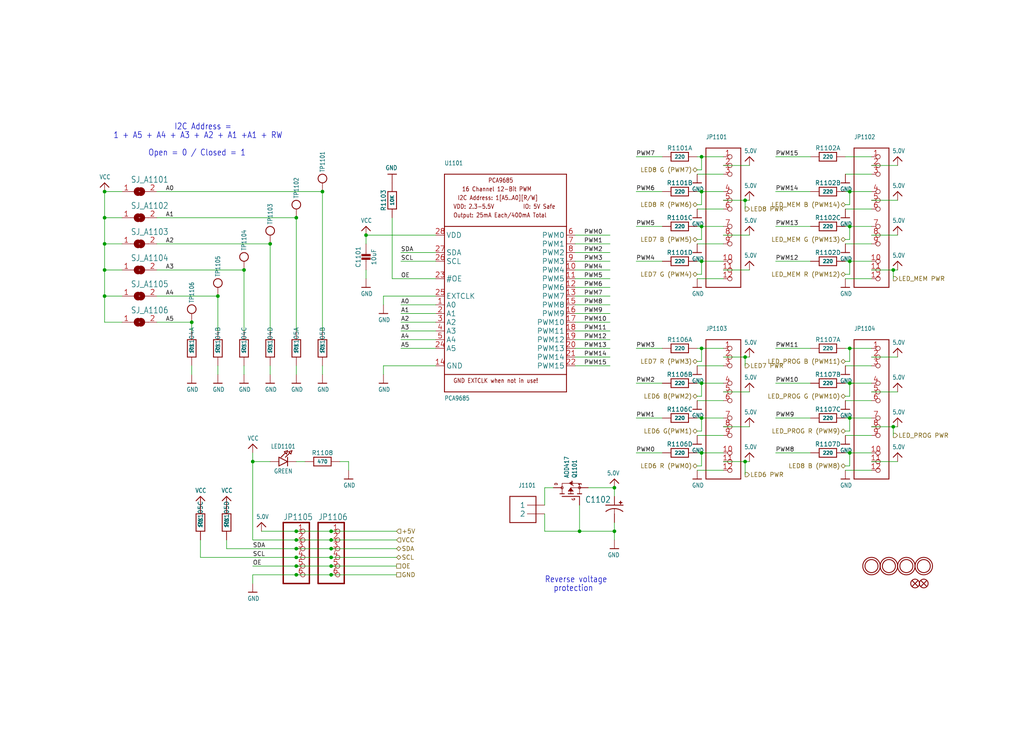
<source format=kicad_sch>
(kicad_sch (version 20250114) (generator "eeschema") (generator_version "9.0")
  (paper "User" 298.45 217.322)
  (text "Reverse voltage" (at 158.75 170.18 0) (effects (font (size 1.778 1.5113)) (justify left bottom)))
  (text "1 + A5 + A4 + A3 + A2 + A1 +A1 + RW" (at 33.02 40.64 0) (effects (font (size 1.778 1.5113)) (justify left bottom)))
  (text "Open = 0 / Closed = 1" (at 43.18 45.72 0) (effects (font (size 1.778 1.5113)) (justify left bottom)))
  (text "I2C Address =" (at 50.8 38.1 0) (effects (font (size 1.778 1.5113)) (justify left bottom)))
  (text "protection" (at 161.29 172.72 0) (effects (font (size 1.778 1.5113)) (justify left bottom)))
  (junction (at 86.36 160.02))
  (junction (at 217.17 58.42))
  (junction (at 204.47 101.6))
  (junction (at 30.48 71.12))
  (junction (at 86.36 154.94))
  (junction (at 63.5 86.36))
  (junction (at 96.52 167.64))
  (junction (at 179.07 154.94))
  (junction (at 217.17 104.14))
  (junction (at 179.07 142.24))
  (junction (at 106.68 68.58))
  (junction (at 93.98 55.88))
  (junction (at 247.65 111.76))
  (junction (at 204.47 121.92))
  (junction (at 55.88 93.98))
  (junction (at 30.48 86.36))
  (junction (at 86.36 167.64))
  (junction (at 204.47 45.72))
  (junction (at 86.36 157.48))
  (junction (at 168.91 154.94))
  (junction (at 247.65 66.04))
  (junction (at 96.52 165.1))
  (junction (at 247.65 55.88))
  (junction (at 30.48 78.74))
  (junction (at 204.47 55.88))
  (junction (at 260.35 78.74))
  (junction (at 86.36 63.5))
  (junction (at 86.36 165.1))
  (junction (at 260.35 124.46))
  (junction (at 73.66 134.62))
  (junction (at 204.47 76.2))
  (junction (at 71.12 78.74))
  (junction (at 30.48 63.5))
  (junction (at 247.65 76.2))
  (junction (at 204.47 111.76))
  (junction (at 247.65 101.6))
  (junction (at 217.17 134.62))
  (junction (at 96.52 160.02))
  (junction (at 204.47 66.04))
  (junction (at 96.52 157.48))
  (junction (at 86.36 162.56))
  (junction (at 78.74 71.12))
  (junction (at 30.48 55.88))
  (junction (at 204.47 132.08))
  (junction (at 247.65 132.08))
  (junction (at 96.52 154.94))
  (junction (at 247.65 121.92))
  (junction (at 96.52 162.56))
  (wire (pts (xy 260.35 78.74) (xy 260.35 81.28)))
  (wire (pts (xy 204.47 45.72) (xy 210.82 45.72)) (stroke (width 0.1524)))
  (wire (pts (xy 127 96.52) (xy 116.84 96.52)) (stroke (width 0.1524)))
  (wire (pts (xy 167.64 68.58) (xy 177.8 68.58)) (stroke (width 0.1524)))
  (wire (pts (xy 210.82 68.58) (xy 218.44 68.58)) (stroke (width 0.1524)))
  (wire (pts (xy 204.47 66.04) (xy 210.82 66.04)) (stroke (width 0.1524)))
  (wire (pts (xy 203.2 66.04) (xy 204.47 66.04)) (stroke (width 0.1524)))
  (wire (pts (xy 217.17 58.42) (xy 217.17 60.96)))
  (wire (pts (xy 247.65 121.92) (xy 247.65 125.73)))
  (wire (pts (xy 193.04 101.6) (xy 185.42 101.6)) (stroke (width 0.1524)))
  (wire (pts (xy 210.82 124.46) (xy 218.44 124.46)) (stroke (width 0.1524)))
  (wire (pts (xy 45.72 86.36) (xy 63.5 86.36)) (stroke (width 0.1524)))
  (wire (pts (xy 167.64 86.36) (xy 177.8 86.36)) (stroke (width 0.1524)))
  (wire (pts (xy 168.91 147.32) (xy 168.91 154.94)) (stroke (width 0.1524)))
  (wire (pts (xy 204.47 101.6) (xy 210.82 101.6)) (stroke (width 0.1524)))
  (wire (pts (xy 35.56 93.98) (xy 30.48 93.98)) (stroke (width 0.1524)))
  (wire (pts (xy 210.82 48.26) (xy 218.44 48.26)) (stroke (width 0.1524)))
  (wire (pts (xy 158.75 154.94) (xy 158.75 149.86)) (stroke (width 0.1524)))
  (wire (pts (xy 76.2 154.94) (xy 86.36 154.94)) (stroke (width 0.1524)))
  (wire (pts (xy 236.22 132.08) (xy 226.06 132.08)) (stroke (width 0.1524)))
  (wire (pts (xy 210.82 71.12) (xy 203.2 71.12)) (stroke (width 0.1524)))
  (wire (pts (xy 236.22 121.92) (xy 226.06 121.92)) (stroke (width 0.1524)))
  (wire (pts (xy 203.2 132.08) (xy 204.47 132.08)) (stroke (width 0.1524)))
  (wire (pts (xy 167.64 83.82) (xy 177.8 83.82)) (stroke (width 0.1524)))
  (wire (pts (xy 203.2 121.92) (xy 204.47 121.92)) (stroke (width 0.1524)))
  (wire (pts (xy 30.48 63.5) (xy 30.48 55.88)) (stroke (width 0.1524)))
  (wire (pts (xy 204.47 55.88) (xy 210.82 55.88)) (stroke (width 0.1524)))
  (wire (pts (xy 247.65 55.88) (xy 254 55.88)) (stroke (width 0.1524)))
  (wire (pts (xy 247.65 111.76) (xy 254 111.76)) (stroke (width 0.1524)))
  (wire (pts (xy 246.38 105.41) (xy 247.65 105.41)))
  (wire (pts (xy 210.82 114.3) (xy 218.44 114.3)) (stroke (width 0.1524)))
  (wire (pts (xy 210.82 60.96) (xy 203.2 60.96)) (stroke (width 0.1524)))
  (wire (pts (xy 254 127) (xy 246.38 127)) (stroke (width 0.1524)))
  (wire (pts (xy 203.2 45.72) (xy 204.47 45.72)) (stroke (width 0.1524)))
  (wire (pts (xy 254 134.62) (xy 261.62 134.62)) (stroke (width 0.1524)))
  (wire (pts (xy 45.72 93.98) (xy 55.88 93.98)) (stroke (width 0.1524)))
  (wire (pts (xy 167.64 78.74) (xy 177.8 78.74)) (stroke (width 0.1524)))
  (wire (pts (xy 247.65 121.92) (xy 254 121.92)) (stroke (width 0.1524)))
  (wire (pts (xy 254 78.74) (xy 260.35 78.74)) (stroke (width 0.1524)))
  (wire (pts (xy 30.48 71.12) (xy 30.48 63.5)) (stroke (width 0.1524)))
  (wire (pts (xy 203.2 101.6) (xy 204.47 101.6)) (stroke (width 0.1524)))
  (wire (pts (xy 35.56 63.5) (xy 30.48 63.5)) (stroke (width 0.1524)))
  (wire (pts (xy 127 101.6) (xy 116.84 101.6)) (stroke (width 0.1524)))
  (wire (pts (xy 45.72 71.12) (xy 78.74 71.12)) (stroke (width 0.1524)))
  (wire (pts (xy 167.64 71.12) (xy 177.8 71.12)) (stroke (width 0.1524)))
  (wire (pts (xy 86.36 157.48) (xy 73.66 157.48)) (stroke (width 0.1524)))
  (wire (pts (xy 203.2 125.73) (xy 204.47 125.73)))
  (wire (pts (xy 247.65 111.76) (xy 248.92 111.76)))
  (wire (pts (xy 246.38 125.73) (xy 247.65 125.73)))
  (wire (pts (xy 127 73.66) (xy 116.84 73.66)) (stroke (width 0.1524)))
  (wire (pts (xy 247.65 80.01) (xy 247.65 76.2)))
  (wire (pts (xy 30.48 93.98) (xy 30.48 86.36)) (stroke (width 0.1524)))
  (wire (pts (xy 168.91 154.94) (xy 158.75 154.94)) (stroke (width 0.1524)))
  (wire (pts (xy 30.48 78.74) (xy 30.48 71.12)) (stroke (width 0.1524)))
  (wire (pts (xy 193.04 66.04) (xy 185.42 66.04)) (stroke (width 0.1524)))
  (wire (pts (xy 96.52 167.64) (xy 115.57 167.64)))
  (wire (pts (xy 179.07 154.94) (xy 168.91 154.94)) (stroke (width 0.1524)))
  (wire (pts (xy 246.38 76.2) (xy 247.65 76.2)) (stroke (width 0.1524)))
  (wire (pts (xy 185.42 55.88) (xy 193.04 55.88)) (stroke (width 0.1524)))
  (wire (pts (xy 210.82 58.42) (xy 217.17 58.42)) (stroke (width 0.1524)))
  (wire (pts (xy 127 86.36) (xy 111.76 86.36)) (stroke (width 0.1524)))
  (wire (pts (xy 254 58.42) (xy 261.62 58.42)) (stroke (width 0.1524)))
  (wire (pts (xy 204.47 80.01) (xy 204.47 76.2)))
  (wire (pts (xy 236.22 101.6) (xy 226.06 101.6)) (stroke (width 0.1524)))
  (wire (pts (xy 247.65 132.08) (xy 247.65 135.89)))
  (wire (pts (xy 210.82 104.14) (xy 217.17 104.14)) (stroke (width 0.1524)))
  (wire (pts (xy 193.04 121.92) (xy 185.42 121.92)) (stroke (width 0.1524)))
  (wire (pts (xy 217.17 58.42) (xy 218.44 58.42)) (stroke (width 0.1524)))
  (wire (pts (xy 217.17 134.62) (xy 217.17 138.43)))
  (wire (pts (xy 247.65 132.08) (xy 254 132.08)) (stroke (width 0.1524)))
  (wire (pts (xy 127 99.06) (xy 116.84 99.06)) (stroke (width 0.1524)))
  (wire (pts (xy 167.64 106.68) (xy 177.8 106.68)) (stroke (width 0.1524)))
  (wire (pts (xy 96.52 157.48) (xy 86.36 157.48)) (stroke (width 0.1524)))
  (wire (pts (xy 35.56 71.12) (xy 30.48 71.12)) (stroke (width 0.1524)))
  (wire (pts (xy 247.65 76.2) (xy 254 76.2)) (stroke (width 0.1524)))
  (wire (pts (xy 210.82 81.28) (xy 203.2 81.28)) (stroke (width 0.1524)))
  (wire (pts (xy 127 106.68) (xy 111.76 106.68)) (stroke (width 0.1524)))
  (wire (pts (xy 179.07 152.4) (xy 179.07 154.94)) (stroke (width 0.1524)))
  (wire (pts (xy 246.38 69.85) (xy 247.65 69.85)))
  (wire (pts (xy 260.35 78.74) (xy 261.62 78.74)) (stroke (width 0.1524)))
  (wire (pts (xy 204.47 135.89) (xy 204.47 132.08)))
  (wire (pts (xy 30.48 86.36) (xy 30.48 78.74)) (stroke (width 0.1524)))
  (wire (pts (xy 193.04 76.2) (xy 185.42 76.2)) (stroke (width 0.1524)))
  (wire (pts (xy 254 106.68) (xy 246.38 106.68)) (stroke (width 0.1524)))
  (wire (pts (xy 71.12 106.68) (xy 71.12 109.22)) (stroke (width 0.1524)))
  (wire (pts (xy 71.12 78.74) (xy 71.12 96.52)) (stroke (width 0.1524)))
  (wire (pts (xy 236.22 66.04) (xy 226.06 66.04)) (stroke (width 0.1524)))
  (wire (pts (xy 204.47 101.6) (xy 204.47 105.41)))
  (wire (pts (xy 260.35 124.46) (xy 261.62 124.46)) (stroke (width 0.1524)))
  (wire (pts (xy 158.75 142.24) (xy 158.75 147.32)) (stroke (width 0.1524)))
  (wire (pts (xy 93.98 106.68) (xy 93.98 109.22)) (stroke (width 0.1524)))
  (wire (pts (xy 210.82 127) (xy 203.2 127)) (stroke (width 0.1524)))
  (wire (pts (xy 45.72 55.88) (xy 93.98 55.88)) (stroke (width 0.1524)))
  (wire (pts (xy 247.65 66.04) (xy 254 66.04)) (stroke (width 0.1524)))
  (wire (pts (xy 99.06 134.62) (xy 101.6 134.62)) (stroke (width 0.1524)))
  (wire (pts (xy 254 60.96) (xy 246.38 60.96)) (stroke (width 0.1524)))
  (wire (pts (xy 167.64 101.6) (xy 177.8 101.6)) (stroke (width 0.1524)))
  (wire (pts (xy 203.2 137.16) (xy 210.82 137.16)) (stroke (width 0.1524)))
  (wire (pts (xy 246.38 115.57) (xy 247.65 115.57)))
  (wire (pts (xy 101.6 134.62) (xy 101.6 137.16)) (stroke (width 0.1524)))
  (wire (pts (xy 106.68 68.58) (xy 127 68.58)) (stroke (width 0.1524)))
  (wire (pts (xy 246.38 111.76) (xy 247.65 111.76)) (stroke (width 0.1524)))
  (wire (pts (xy 254 81.28) (xy 246.38 81.28)) (stroke (width 0.1524)))
  (wire (pts (xy 167.64 104.14) (xy 177.8 104.14)) (stroke (width 0.1524)))
  (wire (pts (xy 78.74 71.12) (xy 78.74 96.52)) (stroke (width 0.1524)))
  (wire (pts (xy 204.47 69.85) (xy 204.47 66.04)))
  (wire (pts (xy 58.42 162.56) (xy 58.42 157.48)) (stroke (width 0.1524)))
  (wire (pts (xy 167.64 99.06) (xy 177.8 99.06)) (stroke (width 0.1524)))
  (wire (pts (xy 93.98 55.88) (xy 93.98 96.52)) (stroke (width 0.1524)))
  (wire (pts (xy 86.36 165.1) (xy 73.66 165.1)) (stroke (width 0.1524)))
  (wire (pts (xy 247.65 101.6) (xy 247.65 105.41)))
  (wire (pts (xy 167.64 91.44) (xy 177.8 91.44)) (stroke (width 0.1524)))
  (wire (pts (xy 204.47 55.88) (xy 204.47 59.69)))
  (wire (pts (xy 236.22 76.2) (xy 226.06 76.2)) (stroke (width 0.1524)))
  (wire (pts (xy 63.5 86.36) (xy 63.5 96.52)) (stroke (width 0.1524)))
  (wire (pts (xy 96.52 160.02) (xy 115.57 160.02)))
  (wire (pts (xy 204.47 45.72) (xy 204.47 49.53)))
  (wire (pts (xy 260.35 124.46) (xy 260.35 127)))
  (wire (pts (xy 96.52 157.48) (xy 115.57 157.48)))
  (wire (pts (xy 179.07 154.94) (xy 179.07 157.48)) (stroke (width 0.1524)))
  (wire (pts (xy 203.2 55.88) (xy 204.47 55.88)) (stroke (width 0.1524)))
  (wire (pts (xy 204.47 125.73) (xy 204.47 121.92)))
  (wire (pts (xy 96.52 165.1) (xy 86.36 165.1)) (stroke (width 0.1524)))
  (wire (pts (xy 127 93.98) (xy 116.84 93.98)) (stroke (width 0.1524)))
  (wire (pts (xy 217.17 104.14) (xy 218.44 104.14)) (stroke (width 0.1524)))
  (wire (pts (xy 210.82 78.74) (xy 218.44 78.74)) (stroke (width 0.1524)))
  (wire (pts (xy 246.38 80.01) (xy 247.65 80.01)))
  (wire (pts (xy 111.76 106.68) (xy 111.76 109.22)) (stroke (width 0.1524)))
  (wire (pts (xy 246.38 55.88) (xy 247.65 55.88)) (stroke (width 0.1524)))
  (wire (pts (xy 246.38 101.6) (xy 247.65 101.6)) (stroke (width 0.1524)))
  (wire (pts (xy 254 114.3) (xy 261.62 114.3)) (stroke (width 0.1524)))
  (wire (pts (xy 73.66 134.62) (xy 73.66 132.08)) (stroke (width 0.1524)))
  (wire (pts (xy 210.82 106.68) (xy 203.2 106.68)) (stroke (width 0.1524)))
  (wire (pts (xy 246.38 45.72) (xy 254 45.72)) (stroke (width 0.1524)))
  (wire (pts (xy 246.38 135.89) (xy 247.65 135.89)))
  (wire (pts (xy 96.52 162.56) (xy 86.36 162.56)) (stroke (width 0.1524)))
  (wire (pts (xy 96.52 167.64) (xy 86.36 167.64)) (stroke (width 0.1524)))
  (wire (pts (xy 35.56 78.74) (xy 30.48 78.74)) (stroke (width 0.1524)))
  (wire (pts (xy 193.04 132.08) (xy 185.42 132.08)) (stroke (width 0.1524)))
  (wire (pts (xy 210.82 134.62) (xy 217.17 134.62)) (stroke (width 0.1524)))
  (wire (pts (xy 171.45 142.24) (xy 179.07 142.24)) (stroke (width 0.1524)))
  (wire (pts (xy 203.2 80.01) (xy 204.47 80.01)))
  (wire (pts (xy 204.47 111.76) (xy 210.82 111.76)) (stroke (width 0.1524)))
  (wire (pts (xy 96.52 154.94) (xy 115.57 154.94)))
  (wire (pts (xy 167.64 93.98) (xy 177.8 93.98)) (stroke (width 0.1524)))
  (wire (pts (xy 247.65 101.6) (xy 254 101.6)) (stroke (width 0.1524)))
  (wire (pts (xy 236.22 55.88) (xy 226.06 55.88)) (stroke (width 0.1524)))
  (wire (pts (xy 86.36 134.62) (xy 88.9 134.62)) (stroke (width 0.1524)))
  (wire (pts (xy 236.22 111.76) (xy 226.06 111.76)) (stroke (width 0.1524)))
  (wire (pts (xy 203.2 76.2) (xy 204.47 76.2)) (stroke (width 0.1524)))
  (wire (pts (xy 246.38 66.04) (xy 247.65 66.04)) (stroke (width 0.1524)))
  (wire (pts (xy 96.52 165.1) (xy 115.57 165.1)))
  (wire (pts (xy 86.36 106.68) (xy 86.36 109.22)) (stroke (width 0.1524)))
  (wire (pts (xy 217.17 134.62) (xy 218.44 134.62)) (stroke (width 0.1524)))
  (wire (pts (xy 254 104.14) (xy 261.62 104.14)) (stroke (width 0.1524)))
  (wire (pts (xy 127 88.9) (xy 116.84 88.9)) (stroke (width 0.1524)))
  (wire (pts (xy 203.2 105.41) (xy 204.47 105.41)))
  (wire (pts (xy 111.76 86.36) (xy 111.76 88.9)) (stroke (width 0.1524)))
  (wire (pts (xy 203.2 59.69) (xy 204.47 59.69)))
  (wire (pts (xy 167.64 96.52) (xy 177.8 96.52)) (stroke (width 0.1524)))
  (wire (pts (xy 167.64 76.2) (xy 177.8 76.2)) (stroke (width 0.1524)))
  (wire (pts (xy 55.88 93.98) (xy 55.88 96.52)) (stroke (width 0.1524)))
  (wire (pts (xy 86.36 167.64) (xy 73.66 167.64)) (stroke (width 0.1524)))
  (wire (pts (xy 106.68 68.58) (xy 106.68 71.12)) (stroke (width 0.1524)))
  (wire (pts (xy 86.36 63.5) (xy 86.36 96.52)) (stroke (width 0.1524)))
  (wire (pts (xy 161.29 142.24) (xy 158.75 142.24)) (stroke (width 0.1524)))
  (wire (pts (xy 106.68 78.74) (xy 106.68 81.28)) (stroke (width 0.1524)))
  (wire (pts (xy 167.64 73.66) (xy 177.8 73.66)) (stroke (width 0.1524)))
  (wire (pts (xy 254 68.58) (xy 261.62 68.58)) (stroke (width 0.1524)))
  (wire (pts (xy 193.04 111.76) (xy 185.42 111.76)) (stroke (width 0.1524)))
  (wire (pts (xy 45.72 78.74) (xy 71.12 78.74)) (stroke (width 0.1524)))
  (wire (pts (xy 203.2 115.57) (xy 204.47 115.57)))
  (wire (pts (xy 254 124.46) (xy 260.35 124.46)) (stroke (width 0.1524)))
  (wire (pts (xy 254 48.26) (xy 261.62 48.26)) (stroke (width 0.1524)))
  (wire (pts (xy 204.47 115.57) (xy 204.47 111.76)))
  (wire (pts (xy 210.82 116.84) (xy 203.2 116.84)) (stroke (width 0.1524)))
  (wire (pts (xy 96.52 162.56) (xy 115.57 162.56)))
  (wire (pts (xy 236.22 45.72) (xy 226.06 45.72)) (stroke (width 0.1524)))
  (wire (pts (xy 78.74 106.68) (xy 78.74 109.22)) (stroke (width 0.1524)))
  (wire (pts (xy 86.36 162.56) (xy 58.42 162.56)) (stroke (width 0.1524)))
  (wire (pts (xy 35.56 55.88) (xy 30.48 55.88)) (stroke (width 0.1524)))
  (wire (pts (xy 204.47 121.92) (xy 210.82 121.92)) (stroke (width 0.1524)))
  (wire (pts (xy 73.66 167.64) (xy 73.66 170.18)) (stroke (width 0.1524)))
  (wire (pts (xy 193.04 45.72) (xy 185.42 45.72)) (stroke (width 0.1524)))
  (wire (pts (xy 203.2 135.89) (xy 204.47 135.89)))
  (wire (pts (xy 96.52 160.02) (xy 86.36 160.02)) (stroke (width 0.1524)))
  (wire (pts (xy 86.36 160.02) (xy 66.04 160.02)) (stroke (width 0.1524)))
  (wire (pts (xy 73.66 134.62) (xy 78.74 134.62)) (stroke (width 0.1524)))
  (wire (pts (xy 127 81.28) (xy 114.3 81.28)) (stroke (width 0.1524)))
  (wire (pts (xy 35.56 86.36) (xy 30.48 86.36)) (stroke (width 0.1524)))
  (wire (pts (xy 254 71.12) (xy 246.38 71.12)) (stroke (width 0.1524)))
  (wire (pts (xy 217.17 104.14) (xy 217.17 106.68)))
  (wire (pts (xy 203.2 69.85) (xy 204.47 69.85)))
  (wire (pts (xy 246.38 132.08) (xy 247.65 132.08)) (stroke (width 0.1524)))
  (wire (pts (xy 167.64 88.9) (xy 177.8 88.9)) (stroke (width 0.1524)))
  (wire (pts (xy 254 137.16) (xy 246.38 137.16)) (stroke (width 0.1524)))
  (wire (pts (xy 63.5 106.68) (xy 63.5 109.22)) (stroke (width 0.1524)))
  (wire (pts (xy 127 91.44) (xy 116.84 91.44)) (stroke (width 0.1524)))
  (wire (pts (xy 246.38 59.69) (xy 247.65 59.69)))
  (wire (pts (xy 66.04 160.02) (xy 66.04 157.48)) (stroke (width 0.1524)))
  (wire (pts (xy 179.07 142.24) (xy 179.07 144.78)) (stroke (width 0.1524)))
  (wire (pts (xy 203.2 111.76) (xy 204.47 111.76)) (stroke (width 0.1524)))
  (wire (pts (xy 254 116.84) (xy 246.38 116.84)) (stroke (width 0.1524)))
  (wire (pts (xy 73.66 157.48) (xy 73.66 134.62)) (stroke (width 0.1524)))
  (wire (pts (xy 55.88 106.68) (xy 55.88 109.22)) (stroke (width 0.1524)))
  (wire (pts (xy 204.47 132.08) (xy 210.82 132.08)) (stroke (width 0.1524)))
  (wire (pts (xy 247.65 69.85) (xy 247.65 66.04)))
  (wire (pts (xy 247.65 59.69) (xy 247.65 55.88)))
  (wire (pts (xy 203.2 49.53) (xy 204.47 49.53)))
  (wire (pts (xy 86.36 154.94) (xy 96.52 154.94)) (stroke (width 0.1524)))
  (wire (pts (xy 210.82 50.8) (xy 203.2 50.8)) (stroke (width 0.1524)))
  (wire (pts (xy 127 76.2) (xy 116.84 76.2)) (stroke (width 0.1524)))
  (wire (pts (xy 45.72 63.5) (xy 86.36 63.5)) (stroke (width 0.1524)))
  (wire (pts (xy 247.65 115.57) (xy 247.65 111.76)))
  (wire (pts (xy 254 50.8) (xy 246.38 50.8)) (stroke (width 0.1524)))
  (wire (pts (xy 204.47 76.2) (xy 210.82 76.2)) (stroke (width 0.1524)))
  (wire (pts (xy 114.3 81.28) (xy 114.3 63.5)) (stroke (width 0.1524)))
  (wire (pts (xy 167.64 81.28) (xy 177.8 81.28)) (stroke (width 0.1524)))
  (wire (pts (xy 246.38 121.92) (xy 247.65 121.92)) (stroke (width 0.1524)))
  (label "PWM15" (at 170.18 106.68 0) (effects (font (size 1.2446 1.2446))))
  (label "PWM4" (at 185.42 76.2 0) (effects (font (size 1.2446 1.2446))))
  (label "PWM10" (at 226.06 111.76 0) (effects (font (size 1.2446 1.2446))))
  (label "A4" (at 116.84 99.06 0) (effects (font (size 1.2446 1.2446))))
  (label "SCL" (at 73.66 162.56 0) (effects (font (size 1.2446 1.2446))))
  (label "SDA" (at 73.66 160.02 0) (effects (font (size 1.2446 1.2446))))
  (label "A5" (at 48.26 93.98 0) (effects (font (size 1.2446 1.2446))))
  (label "PWM2" (at 170.18 73.66 0) (effects (font (size 1.2446 1.2446))))
  (label "PWM7" (at 185.42 45.72 0) (effects (font (size 1.2446 1.2446))))
  (label "PWM8" (at 170.18 88.9 0) (effects (font (size 1.2446 1.2446))))
  (label "PWM14" (at 170.18 104.14 0) (effects (font (size 1.2446 1.2446))))
  (label "PWM12" (at 170.18 99.06 0) (effects (font (size 1.2446 1.2446))))
  (label "PWM2" (at 185.42 111.76 0) (effects (font (size 1.2446 1.2446))))
  (label "PWM15" (at 226.06 45.72 0) (effects (font (size 1.2446 1.2446))))
  (label "PWM8" (at 226.06 132.08 0) (effects (font (size 1.2446 1.2446))))
  (label "A3" (at 48.26 78.74 0) (effects (font (size 1.2446 1.2446))))
  (label "PWM6" (at 170.18 83.82 0) (effects (font (size 1.2446 1.2446))))
  (label "A0" (at 48.26 55.88 0) (effects (font (size 1.2446 1.2446))))
  (label "A0" (at 116.84 88.9 0) (effects (font (size 1.2446 1.2446))))
  (label "PWM0" (at 185.42 132.08 0) (effects (font (size 1.2446 1.2446))))
  (label "PWM5" (at 170.18 81.28 0) (effects (font (size 1.2446 1.2446))))
  (label "PWM3" (at 170.18 76.2 0) (effects (font (size 1.2446 1.2446))))
  (label "PWM5" (at 185.42 66.04 0) (effects (font (size 1.2446 1.2446))))
  (label "SCL" (at 116.84 76.2 0) (effects (font (size 1.2446 1.2446))))
  (label "A3" (at 116.84 96.52 0) (effects (font (size 1.2446 1.2446))))
  (label "PWM11" (at 170.18 96.52 0) (effects (font (size 1.2446 1.2446))))
  (label "PWM0" (at 170.18 68.58 0) (effects (font (size 1.2446 1.2446))))
  (label "A5" (at 116.84 101.6 0) (effects (font (size 1.2446 1.2446))))
  (label "PWM9" (at 170.18 91.44 0) (effects (font (size 1.2446 1.2446))))
  (label "PWM6" (at 185.42 55.88 0) (effects (font (size 1.2446 1.2446))))
  (label "OE" (at 73.66 165.1 0) (effects (font (size 1.2446 1.2446))))
  (label "A2" (at 116.84 93.98 0) (effects (font (size 1.2446 1.2446))))
  (label "PWM14" (at 226.06 55.88 0) (effects (font (size 1.2446 1.2446))))
  (label "A4" (at 48.26 86.36 0) (effects (font (size 1.2446 1.2446))))
  (label "PWM7" (at 170.18 86.36 0) (effects (font (size 1.2446 1.2446))))
  (label "PWM10" (at 170.18 93.98 0) (effects (font (size 1.2446 1.2446))))
  (label "A1" (at 116.84 91.44 0) (effects (font (size 1.2446 1.2446))))
  (label "PWM12" (at 226.06 76.2 0) (effects (font (size 1.2446 1.2446))))
  (label "PWM1" (at 185.42 121.92 0) (effects (font (size 1.2446 1.2446))))
  (label "A2" (at 48.26 71.12 0) (effects (font (size 1.2446 1.2446))))
  (label "PWM13" (at 170.18 101.6 0) (effects (font (size 1.2446 1.2446))))
  (label "PWM1" (at 170.18 71.12 0) (effects (font (size 1.2446 1.2446))))
  (label "A1" (at 48.26 63.5 0) (effects (font (size 1.2446 1.2446))))
  (label "OE" (at 116.84 81.28 0) (effects (font (size 1.2446 1.2446))))
  (label "PWM3" (at 185.42 101.6 0) (effects (font (size 1.2446 1.2446))))
  (label "PWM13" (at 226.06 66.04 0) (effects (font (size 1.2446 1.2446))))
  (label "PWM4" (at 170.18 78.74 0) (effects (font (size 1.2446 1.2446))))
  (label "PWM11" (at 226.06 101.6 0) (effects (font (size 1.2446 1.2446))))
  (label "SDA" (at 116.84 73.66 0) (effects (font (size 1.2446 1.2446))))
  (label "PWM9" (at 226.06 121.92 0) (effects (font (size 1.2446 1.2446))))
  (hierarchical_label "LED7 PWR" (shape output) (at 217.17 106.68 0))
  (hierarchical_label "LED_PROG R (PWM9)" (shape bidirectional) (at 246.38 125.73 180))
  (hierarchical_label "LED6 R (PWM0)" (shape bidirectional) (at 203.2 135.89 180))
  (hierarchical_label "LED_MEM PWR" (shape output) (at 260.35 81.28 0))
  (hierarchical_label "OE" (shape passive) (at 115.57 165.1 0))
  (hierarchical_label "VCC" (shape input) (at 115.57 157.48 0))
  (hierarchical_label "LED6 B(PWM2)" (shape bidirectional) (at 203.2 115.57 180))
  (hierarchical_label "LED_MEM B (PWM14)" (shape bidirectional) (at 246.38 59.69 180))
  (hierarchical_label "LED6 PWR" (shape output) (at 217.17 138.43 0))
  (hierarchical_label "LED8 PWR" (shape output) (at 217.17 60.96 0))
  (hierarchical_label "LED8 R (PWM6)" (shape bidirectional) (at 203.2 59.69 180))
  (hierarchical_label "LED_MEM G (PWM13)" (shape bidirectional) (at 246.38 69.85 180))
  (hierarchical_label "LED7 G (PWM4)" (shape bidirectional) (at 203.2 80.01 180))
  (hierarchical_label "+5V" (shape input) (at 115.57 154.94 0))
  (hierarchical_label "LED_MEM R (PWM12)" (shape bidirectional) (at 246.38 80.01 180))
  (hierarchical_label "LED7 R (PWM3)" (shape bidirectional) (at 203.2 105.41 180))
  (hierarchical_label "LED_PROG B (PWM11)" (shape bidirectional) (at 246.38 105.41 180))
  (hierarchical_label "LED_PROG G (PWM10)" (shape bidirectional) (at 246.38 115.57 180))
  (hierarchical_label "GND" (shape passive) (at 115.57 167.64 0))
  (hierarchical_label "LED7 B (PWM5)" (shape bidirectional) (at 203.2 69.85 180))
  (hierarchical_label "LED6 G(PWM1)" (shape bidirectional) (at 203.2 125.73 180))
  (hierarchical_label "LED8 B (PWM8)" (shape bidirectional) (at 246.38 135.89 180))
  (hierarchical_label "LED_PROG PWR" (shape output) (at 260.35 127 0))
  (hierarchical_label "SDA" (shape bidirectional) (at 115.57 160.02 0))
  (hierarchical_label "LED8 G (PWM7)" (shape bidirectional) (at 203.2 49.53 180))
  (hierarchical_label "SCL" (shape bidirectional) (at 115.57 162.56 0))
  (symbol (lib_id "Adafruit PCA9685 rev C-eagle-import:GND") (at 203.2 119.38 0) (unit 1)
    (property "Reference" "#U$01133" (effects (hide yes)))
    (property "Value" "GND" (at 201.676 121.92 0) (effects (font (size 1.27 1.0795)) (justify left bottom)))
  )
  (symbol (lib_id "Adafruit PCA9685 rev C-eagle-import:GND") (at 246.38 139.7 0) (unit 1)
    (property "Reference" "#U$01144" (effects (hide yes)))
    (property "Value" "GND" (at 244.856 142.24 0) (effects (font (size 1.27 1.0795)) (justify left bottom)))
  )
  (symbol (lib_id "Adafruit PCA9685 rev C-eagle-import:GND") (at 246.38 109.22 0) (unit 1)
    (property "Reference" "#U$01123" (effects (hide yes)))
    (property "Value" "GND" (at 244.856 111.76 0) (effects (font (size 1.27 1.0795)) (justify left bottom)))
  )
  (symbol (lib_id "Adafruit PCA9685 rev C-eagle-import:5.0V") (at 218.44 76.2 0) (unit 1)
    (property "Reference" "#U$01114" (effects (hide yes)))
    (property "Value" "5.0V" (at 216.916 75.184 0) (effects (font (size 1.27 1.0795)) (justify left bottom)))
  )
  (symbol (lib_id "Adafruit PCA9685 rev C-eagle-import:RESISTOR_4PACK") (at 198.12 55.88 0) (unit 2)
    (property "Reference" "R1101" (at 198.12 53.34 0))
    (property "Value" "220" (at 198.12 55.88 0) (effects (font (size 1.016 1.016) (thickness 0.2032) (bold yes))))
    (property "Footprint" "Adafruit PCA9685 rev C:RESPACK_4X0603" (effects (hide yes)))
  )
  (symbol (lib_id "Adafruit PCA9685 rev C-eagle-import:GND") (at 101.6 139.7 0) (unit 1)
    (property "Reference" "#U$01141" (effects (hide yes)))
    (property "Value" "GND" (at 100.076 142.24 0) (effects (font (size 1.27 1.0795)) (justify left bottom)))
  )
  (symbol (lib_id "Adafruit PCA9685 rev C-eagle-import:GND") (at 114.3 50.8 180) (unit 1)
    (property "Reference" "#U$01103" (effects (hide yes)))
    (property "Value" "GND" (at 115.824 48.26 0) (effects (font (size 1.27 1.0795)) (justify left bottom)))
  )
  (symbol (lib_id "Adafruit PCA9685 rev C-eagle-import:5.0V") (at 218.44 55.88 0) (unit 1)
    (property "Reference" "#U$01106" (effects (hide yes)))
    (property "Value" "5.0V" (at 216.916 54.864 0) (effects (font (size 1.27 1.0795)) (justify left bottom)))
  )
  (symbol (lib_id "Adafruit PCA9685 rev C-eagle-import:VCC") (at 66.04 144.78 0) (unit 1)
    (property "Reference" "#P+01105" (effects (hide yes)))
    (property "Value" "VCC" (at 64.516 143.764 0) (effects (font (size 1.27 1.0795)) (justify left bottom)))
  )
  (symbol (lib_id "Adafruit PCA9685 rev C-eagle-import:FIDUCIAL{dblquote}{dblquote}") (at 269.24 170.18 0) (unit 1)
    (property "Reference" "FID1102" (effects (hide yes)))
    (property "Value" "FIDUCIAL\"\"" (effects (hide yes)))
    (property "Footprint" "Adafruit PCA9685 rev C:FIDUCIAL_1MM" (effects (hide yes)))
  )
  (symbol (lib_id "Adafruit PCA9685 rev C-eagle-import:TESTPOINTROUND1MM") (at 55.88 93.98 0) (unit 1)
    (property "Reference" "TP1106" (at 55.88 88.392 90) (effects (font (size 1.27 1.0795)) (justify left)))
    (property "Value" "TESTPOINTROUND1MM" (effects (hide yes)))
    (property "Footprint" "Adafruit PCA9685 rev C:TESTPOINT_ROUND_1MM" (effects (hide yes)))
  )
  (symbol (lib_id "Adafruit PCA9685 rev C-eagle-import:RESISTOR_4PACK") (at 93.98 101.6 90) (unit 2)
    (property "Reference" "R1105" (at 93.98 99.06 0))
    (property "Value" "10K" (at 93.98 101.6 0) (effects (font (size 1.016 1.016) (thickness 0.2032) (bold yes))))
    (property "Footprint" "Adafruit PCA9685 rev C:RESPACK_4X0603" (effects (hide yes)))
  )
  (symbol (lib_id "Adafruit PCA9685 rev C-eagle-import:GND") (at 111.76 91.44 0) (unit 1)
    (property "Reference" "#U$01119" (effects (hide yes)))
    (property "Value" "GND" (at 110.236 93.98 0) (effects (font (size 1.27 1.0795)) (justify left bottom)))
  )
  (symbol (lib_id "Adafruit PCA9685 rev C-eagle-import:HEADER-3X04") (at 210.82 63.5 0) (unit 1)
    (property "Reference" "JP1101" (at 205.74 40.64 0) (effects (font (size 1.27 1.0795)) (justify left bottom)))
    (property "Value" "HEADER-3X04" (effects (hide yes)))
    (property "Footprint" "Adafruit PCA9685 rev C:3X04" (effects (hide yes)))
  )
  (symbol (lib_id "Adafruit PCA9685 rev C-eagle-import:HEADER-3X04") (at 210.82 119.38 0) (unit 1)
    (property "Reference" "JP1103" (at 205.74 96.52 0) (effects (font (size 1.27 1.0795)) (justify left bottom)))
    (property "Value" "HEADER-3X04" (effects (hide yes)))
    (property "Footprint" "Adafruit PCA9685 rev C:3X04" (effects (hide yes)))
  )
  (symbol (lib_id "Adafruit PCA9685 rev C-eagle-import:GND") (at 246.38 53.34 0) (unit 1)
    (property "Reference" "#U$01105" (effects (hide yes)))
    (property "Value" "GND" (at 244.856 55.88 0) (effects (font (size 1.27 1.0795)) (justify left bottom)))
  )
  (symbol (lib_id "Adafruit PCA9685 rev C-eagle-import:GND") (at 86.36 111.76 0) (unit 1)
    (property "Reference" "#U$01128" (effects (hide yes)))
    (property "Value" "GND" (at 84.836 114.3 0) (effects (font (size 1.27 1.0795)) (justify left bottom)))
  )
  (symbol (lib_id "Adafruit PCA9685 rev C-eagle-import:GND") (at 246.38 63.5 0) (unit 1)
    (property "Reference" "#U$01109" (effects (hide yes)))
    (property "Value" "GND" (at 244.856 66.04 0) (effects (font (size 1.27 1.0795)) (justify left bottom)))
  )
  (symbol (lib_id "Adafruit PCA9685 rev C-eagle-import:GND") (at 78.74 111.76 0) (unit 1)
    (property "Reference" "#U$01127" (effects (hide yes)))
    (property "Value" "GND" (at 77.216 114.3 0) (effects (font (size 1.27 1.0795)) (justify left bottom)))
  )
  (symbol (lib_id "Adafruit PCA9685 rev C-eagle-import:GND") (at 203.2 139.7 0) (unit 1)
    (property "Reference" "#U$01143" (effects (hide yes)))
    (property "Value" "GND" (at 201.676 142.24 0) (effects (font (size 1.27 1.0795)) (justify left bottom)))
  )
  (symbol (lib_id "Adafruit PCA9685 rev C-eagle-import:PCA9685") (at 147.32 83.82 0) (unit 1)
    (property "Reference" "U1101" (at 129.54 48.26 0) (effects (font (size 1.27 1.0795)) (justify left bottom)))
    (property "Value" "PCA9685" (at 129.54 116.84 0) (effects (font (size 1.27 1.0795)) (justify left bottom)))
    (property "Footprint" "Adafruit PCA9685 rev C:TSSOP28" (effects (hide yes)))
  )
  (symbol (lib_id "Adafruit PCA9685 rev C-eagle-import:RESISTOR_4PACK") (at 198.12 45.72 0) (unit 1)
    (property "Reference" "R1101" (at 198.12 43.18 0))
    (property "Value" "220" (at 198.12 45.72 0) (effects (font (size 1.016 1.016) (thickness 0.2032) (bold yes))))
    (property "Footprint" "Adafruit PCA9685 rev C:RESPACK_4X0603" (effects (hide yes)))
  )
  (symbol (lib_id "Adafruit PCA9685 rev C-eagle-import:5.0V") (at 261.62 55.88 0) (unit 1)
    (property "Reference" "#U$01107" (effects (hide yes)))
    (property "Value" "5.0V" (at 260.096 54.864 0) (effects (font (size 1.27 1.0795)) (justify left bottom)))
  )
  (symbol (lib_id "Adafruit PCA9685 rev C-eagle-import:MOUNTINGHOLE2.5") (at 269.24 165.1 0) (unit 1)
    (property "Reference" "U$1104" (effects (hide yes)))
    (property "Value" "MOUNTINGHOLE2.5" (effects (hide yes)))
    (property "Footprint" "Adafruit PCA9685 rev C:MOUNTINGHOLE_2.5_PLATED" (effects (hide yes)))
  )
  (symbol (lib_id "Adafruit PCA9685 rev C-eagle-import:GND") (at 55.88 111.76 0) (unit 1)
    (property "Reference" "#U$01124" (effects (hide yes)))
    (property "Value" "GND" (at 54.356 114.3 0) (effects (font (size 1.27 1.0795)) (justify left bottom)))
  )
  (symbol (lib_id "Adafruit PCA9685 rev C-eagle-import:TESTPOINTROUND1MM") (at 93.98 55.88 0) (unit 1)
    (property "Reference" "TP1101" (at 93.98 50.292 90) (effects (font (size 1.27 1.0795)) (justify left)))
    (property "Value" "TESTPOINTROUND1MM" (effects (hide yes)))
    (property "Footprint" "Adafruit PCA9685 rev C:TESTPOINT_ROUND_1MM" (effects (hide yes)))
  )
  (symbol (lib_id "Adafruit PCA9685 rev C-eagle-import:RESISTOR_4PACK") (at 198.12 66.04 0) (unit 3)
    (property "Reference" "R1101" (at 198.12 63.5 0))
    (property "Value" "220" (at 198.12 66.04 0) (effects (font (size 1.016 1.016) (thickness 0.2032) (bold yes))))
    (property "Footprint" "Adafruit PCA9685 rev C:RESPACK_4X0603" (effects (hide yes)))
  )
  (symbol (lib_id "Adafruit PCA9685 rev C-eagle-import:GND") (at 246.38 129.54 0) (unit 1)
    (property "Reference" "#U$01138" (effects (hide yes)))
    (property "Value" "GND" (at 244.856 132.08 0) (effects (font (size 1.27 1.0795)) (justify left bottom)))
  )
  (symbol (lib_id "Adafruit PCA9685 rev C-eagle-import:TESTPOINTROUND1MM") (at 86.36 63.5 0) (unit 1)
    (property "Reference" "TP1102" (at 86.36 57.912 90) (effects (font (size 1.27 1.0795)) (justify left)))
    (property "Value" "TESTPOINTROUND1MM" (effects (hide yes)))
    (property "Footprint" "Adafruit PCA9685 rev C:TESTPOINT_ROUND_1MM" (effects (hide yes)))
  )
  (symbol (lib_id "Adafruit PCA9685 rev C-eagle-import:RESISTOR_4PACK") (at 71.12 101.6 90) (unit 3)
    (property "Reference" "R1104" (at 71.12 99.06 0))
    (property "Value" "10K" (at 71.12 101.6 0) (effects (font (size 1.016 1.016) (thickness 0.2032) (bold yes))))
    (property "Footprint" "Adafruit PCA9685 rev C:RESPACK_4X0603" (effects (hide yes)))
  )
  (symbol (lib_id "Adafruit PCA9685 rev C-eagle-import:5.0V") (at 261.62 66.04 0) (unit 1)
    (property "Reference" "#U$01111" (effects (hide yes)))
    (property "Value" "5.0V" (at 260.096 65.024 0) (effects (font (size 1.27 1.0795)) (justify left bottom)))
  )
  (symbol (lib_id "Adafruit PCA9685 rev C-eagle-import:5.0V") (at 218.44 66.04 0) (unit 1)
    (property "Reference" "#U$01110" (effects (hide yes)))
    (property "Value" "5.0V" (at 216.916 65.024 0) (effects (font (size 1.27 1.0795)) (justify left bottom)))
  )
  (symbol (lib_id "Adafruit PCA9685 rev C-eagle-import:5.0V") (at 261.62 111.76 0) (unit 1)
    (property "Reference" "#U$01132" (effects (hide yes)))
    (property "Value" "5.0V" (at 260.096 110.744 0) (effects (font (size 1.27 1.0795)) (justify left bottom)))
  )
  (symbol (lib_id "Adafruit PCA9685 rev C-eagle-import:RESISTOR_4PACK") (at 198.12 101.6 0) (unit 1)
    (property "Reference" "R1106" (at 198.12 99.06 0))
    (property "Value" "220" (at 198.12 101.6 0) (effects (font (size 1.016 1.016) (thickness 0.2032) (bold yes))))
    (property "Footprint" "Adafruit PCA9685 rev C:RESPACK_4X0603" (effects (hide yes)))
  )
  (symbol (lib_id "Adafruit PCA9685 rev C-eagle-import:5.0V") (at 261.62 101.6 0) (unit 1)
    (property "Reference" "#U$01121" (effects (hide yes)))
    (property "Value" "5.0V" (at 260.096 100.584 0) (effects (font (size 1.27 1.0795)) (justify left bottom)))
  )
  (symbol (lib_id "Adafruit PCA9685 rev C-eagle-import:CPOL-USE3.5-8") (at 179.07 147.32 0) (mirror y) (unit 1)
    (property "Reference" "C1102" (at 178.054 146.685 0) (effects (font (size 1.778 1.5113)) (justify left bottom)))
    (property "Value" "CPOL-USE3.5-8" (effects (hide yes)))
    (property "Footprint" "Adafruit PCA9685 rev C:E3,5-8" (effects (hide yes)))
  )
  (symbol (lib_id "Adafruit PCA9685 rev C-eagle-import:RESISTOR_4PACK") (at 198.12 121.92 0) (unit 3)
    (property "Reference" "R1106" (at 198.12 119.38 0))
    (property "Value" "220" (at 198.12 121.92 0) (effects (font (size 1.016 1.016) (thickness 0.2032) (bold yes))))
    (property "Footprint" "Adafruit PCA9685 rev C:RESPACK_4X0603" (effects (hide yes)))
  )
  (symbol (lib_id "Adafruit PCA9685 rev C-eagle-import:TESTPOINTROUND1MM") (at 63.5 86.36 0) (unit 1)
    (property "Reference" "TP1105" (at 63.5 80.772 90) (effects (font (size 1.27 1.0795)) (justify left)))
    (property "Value" "TESTPOINTROUND1MM" (effects (hide yes)))
    (property "Footprint" "Adafruit PCA9685 rev C:TESTPOINT_ROUND_1MM" (effects (hide yes)))
  )
  (symbol (lib_id "Adafruit PCA9685 rev C-eagle-import:SOLDERJUMPERREFLOW_NOPASTE") (at 40.64 71.12 0) (unit 1)
    (property "Reference" "SJ_A1103" (at 38.1 68.58 0) (effects (font (size 1.778 1.5113)) (justify left bottom)))
    (property "Value" "SOLDERJUMPERREFLOW_NOPASTE" (effects (hide yes)))
    (property "Footprint" "Adafruit PCA9685 rev C:SOLDERJUMPER_REFLOW_NOPASTE" (effects (hide yes)))
  )
  (symbol (lib_id "Adafruit PCA9685 rev C-eagle-import:SOLDERJUMPERREFLOW_NOPASTE") (at 40.64 86.36 0) (unit 1)
    (property "Reference" "SJ_A1105" (at 38.1 83.82 0) (effects (font (size 1.778 1.5113)) (justify left bottom)))
    (property "Value" "SOLDERJUMPERREFLOW_NOPASTE" (effects (hide yes)))
    (property "Footprint" "Adafruit PCA9685 rev C:SOLDERJUMPER_REFLOW_NOPASTE" (effects (hide yes)))
  )
  (symbol (lib_id "Adafruit PCA9685 rev C-eagle-import:VCC") (at 106.68 66.04 0) (unit 1)
    (property "Reference" "#P+01102" (effects (hide yes)))
    (property "Value" "VCC" (at 105.156 65.024 0) (effects (font (size 1.27 1.0795)) (justify left bottom)))
  )
  (symbol (lib_id "Adafruit PCA9685 rev C-eagle-import:RESISTOR_4PACK") (at 55.88 101.6 90) (unit 1)
    (property "Reference" "R1104" (at 55.88 99.06 0))
    (property "Value" "10K" (at 55.88 101.6 0) (effects (font (size 1.016 1.016) (thickness 0.2032) (bold yes))))
    (property "Footprint" "Adafruit PCA9685 rev C:RESPACK_4X0603" (effects (hide yes)))
  )
  (symbol (lib_id "Adafruit PCA9685 rev C-eagle-import:GND") (at 93.98 111.76 0) (unit 1)
    (property "Reference" "#U$01129" (effects (hide yes)))
    (property "Value" "GND" (at 92.456 114.3 0) (effects (font (size 1.27 1.0795)) (justify left bottom)))
  )
  (symbol (lib_id "Adafruit PCA9685 rev C-eagle-import:PINHD-1X6CB") (at 99.06 162.56 0) (unit 1)
    (property "Reference" "JP1106" (at 92.71 151.765 0) (effects (font (size 1.778 1.5113)) (justify left bottom)))
    (property "Value" "PINHD-1X6CB" (effects (hide yes)))
    (property "Footprint" "Adafruit PCA9685 rev C:1X06-CLEANBIG" (effects (hide yes)))
  )
  (symbol (lib_id "Adafruit PCA9685 rev C-eagle-import:5.0V") (at 261.62 132.08 0) (unit 1)
    (property "Reference" "#U$01140" (effects (hide yes)))
    (property "Value" "5.0V" (at 260.096 131.064 0) (effects (font (size 1.27 1.0795)) (justify left bottom)))
  )
  (symbol (lib_id "Adafruit PCA9685 rev C-eagle-import:CAP_CERAMIC0805-NOOUTLINE") (at 106.68 76.2 0) (unit 1)
    (property "Reference" "C1101" (at 104.39 74.95 90))
    (property "Value" "10uF" (at 108.98 74.95 90))
    (property "Footprint" "Adafruit PCA9685 rev C:0805-NO" (effects (hide yes)))
  )
  (symbol (lib_id "Adafruit PCA9685 rev C-eagle-import:GND") (at 111.76 111.76 0) (unit 1)
    (property "Reference" "#U$01130" (effects (hide yes)))
    (property "Value" "GND" (at 110.236 114.3 0) (effects (font (size 1.27 1.0795)) (justify left bottom)))
  )
  (symbol (lib_id "Adafruit PCA9685 rev C-eagle-import:SOLDERJUMPERREFLOW_NOPASTE") (at 40.64 55.88 0) (unit 1)
    (property "Reference" "SJ_A1101" (at 38.1 53.34 0) (effects (font (size 1.778 1.5113)) (justify left bottom)))
    (property "Value" "SOLDERJUMPERREFLOW_NOPASTE" (effects (hide yes)))
    (property "Footprint" "Adafruit PCA9685 rev C:SOLDERJUMPER_REFLOW_NOPASTE" (effects (hide yes)))
  )
  (symbol (lib_id "Adafruit PCA9685 rev C-eagle-import:RESISTOR_0805MP") (at 93.98 134.62 0) (unit 1)
    (property "Reference" "R1108" (at 93.98 132.08 0))
    (property "Value" "470" (at 93.98 134.62 0) (effects (font (size 1.016 1.016) (thickness 0.2032) (bold yes))))
    (property "Footprint" "Adafruit PCA9685 rev C:_0805MP" (effects (hide yes)))
  )
  (symbol (lib_id "Adafruit PCA9685 rev C-eagle-import:HEADER-3X04") (at 254 119.38 0) (unit 1)
    (property "Reference" "JP1104" (at 248.92 96.52 0) (effects (font (size 1.27 1.0795)) (justify left bottom)))
    (property "Value" "HEADER-3X04" (effects (hide yes)))
    (property "Footprint" "Adafruit PCA9685 rev C:3X04" (effects (hide yes)))
  )
  (symbol (lib_id "Adafruit PCA9685 rev C-eagle-import:VCC") (at 58.42 144.78 0) (unit 1)
    (property "Reference" "#P+01104" (effects (hide yes)))
    (property "Value" "VCC" (at 56.896 143.764 0) (effects (font (size 1.27 1.0795)) (justify left bottom)))
  )
  (symbol (lib_id "Adafruit PCA9685 rev C-eagle-import:GND") (at 203.2 63.5 0) (unit 1)
    (property "Reference" "#U$01108" (effects (hide yes)))
    (property "Value" "GND" (at 201.676 66.04 0) (effects (font (size 1.27 1.0795)) (justify left bottom)))
  )
  (symbol (lib_id "Adafruit PCA9685 rev C-eagle-import:RESISTOR_4PACK") (at 241.3 76.2 0) (unit 4)
    (property "Reference" "R1102" (at 241.3 73.66 0))
    (property "Value" "220" (at 241.3 76.2 0) (effects (font (size 1.016 1.016) (thickness 0.2032) (bold yes))))
    (property "Footprint" "Adafruit PCA9685 rev C:RESPACK_4X0603" (effects (hide yes)))
  )
  (symbol (lib_id "Adafruit PCA9685 rev C-eagle-import:RESISTOR_4PACK") (at 241.3 121.92 0) (unit 3)
    (property "Reference" "R1107" (at 241.3 119.38 0))
    (property "Value" "220" (at 241.3 121.92 0) (effects (font (size 1.016 1.016) (thickness 0.2032) (bold yes))))
    (property "Footprint" "Adafruit PCA9685 rev C:RESPACK_4X0603" (effects (hide yes)))
  )
  (symbol (lib_id "Adafruit PCA9685 rev C-eagle-import:RESISTOR_4PACK") (at 63.5 101.6 90) (unit 2)
    (property "Reference" "R1104" (at 63.5 99.06 0))
    (property "Value" "10K" (at 63.5 101.6 0) (effects (font (size 1.016 1.016) (thickness 0.2032) (bold yes))))
    (property "Footprint" "Adafruit PCA9685 rev C:RESPACK_4X0603" (effects (hide yes)))
  )
  (symbol (lib_id "Adafruit PCA9685 rev C-eagle-import:MOUNTINGHOLE2.5") (at 264.16 165.1 0) (unit 1)
    (property "Reference" "U$1103" (effects (hide yes)))
    (property "Value" "MOUNTINGHOLE2.5" (effects (hide yes)))
    (property "Footprint" "Adafruit PCA9685 rev C:MOUNTINGHOLE_2.5_PLATED" (effects (hide yes)))
  )
  (symbol (lib_id "Adafruit PCA9685 rev C-eagle-import:GND") (at 246.38 119.38 0) (unit 1)
    (property "Reference" "#U$01134" (effects (hide yes)))
    (property "Value" "GND" (at 244.856 121.92 0) (effects (font (size 1.27 1.0795)) (justify left bottom)))
  )
  (symbol (lib_id "Adafruit PCA9685 rev C-eagle-import:RESISTOR_4PACK") (at 241.3 55.88 0) (unit 2)
    (property "Reference" "R1102" (at 241.3 53.34 0))
    (property "Value" "220" (at 241.3 55.88 0) (effects (font (size 1.016 1.016) (thickness 0.2032) (bold yes))))
    (property "Footprint" "Adafruit PCA9685 rev C:RESPACK_4X0603" (effects (hide yes)))
  )
  (symbol (lib_id "Adafruit PCA9685 rev C-eagle-import:VCC") (at 30.48 53.34 0) (unit 1)
    (property "Reference" "#P+01101" (effects (hide yes)))
    (property "Value" "VCC" (at 28.956 52.324 0) (effects (font (size 1.27 1.0795)) (justify left bottom)))
  )
  (symbol (lib_id "Adafruit PCA9685 rev C-eagle-import:RESISTOR_4PACK") (at 58.42 152.4 90) (unit 3)
    (property "Reference" "R1105" (at 58.42 149.86 0))
    (property "Value" "10K" (at 58.42 152.4 0) (effects (font (size 1.016 1.016) (thickness 0.2032) (bold yes))))
    (property "Footprint" "Adafruit PCA9685 rev C:RESPACK_4X0603" (effects (hide yes)))
  )
  (symbol (lib_id "Adafruit PCA9685 rev C-eagle-import:RESISTOR_4PACK") (at 241.3 66.04 0) (unit 3)
    (property "Reference" "R1102" (at 241.3 63.5 0))
    (property "Value" "220" (at 241.3 66.04 0) (effects (font (size 1.016 1.016) (thickness 0.2032) (bold yes))))
    (property "Footprint" "Adafruit PCA9685 rev C:RESPACK_4X0603" (effects (hide yes)))
  )
  (symbol (lib_id "Adafruit PCA9685 rev C-eagle-import:5.0V") (at 261.62 45.72 0) (unit 1)
    (property "Reference" "#U$01102" (effects (hide yes)))
    (property "Value" "5.0V" (at 260.096 44.704 0) (effects (font (size 1.27 1.0795)) (justify left bottom)))
  )
  (symbol (lib_id "Adafruit PCA9685 rev C-eagle-import:RESISTOR_4PACK") (at 241.3 101.6 0) (unit 1)
    (property "Reference" "R1107" (at 241.3 99.06 0))
    (property "Value" "220" (at 241.3 101.6 0) (effects (font (size 1.016 1.016) (thickness 0.2032) (bold yes))))
    (property "Footprint" "Adafruit PCA9685 rev C:RESPACK_4X0603" (effects (hide yes)))
  )
  (symbol (lib_id "Adafruit PCA9685 rev C-eagle-import:5.0V") (at 218.44 121.92 0) (unit 1)
    (property "Reference" "#U$01135" (effects (hide yes)))
    (property "Value" "5.0V" (at 216.916 120.904 0) (effects (font (size 1.27 1.0795)) (justify left bottom)))
  )
  (symbol (lib_id "Adafruit PCA9685 rev C-eagle-import:GND") (at 246.38 83.82 0) (unit 1)
    (property "Reference" "#U$01118" (effects (hide yes)))
    (property "Value" "GND" (at 244.856 86.36 0) (effects (font (size 1.27 1.0795)) (justify left bottom)))
  )
  (symbol (lib_id "Adafruit PCA9685 rev C-eagle-import:MOUNTINGHOLE2.5") (at 259.08 165.1 0) (unit 1)
    (property "Reference" "U$1102" (effects (hide yes)))
    (property "Value" "MOUNTINGHOLE2.5" (effects (hide yes)))
    (property "Footprint" "Adafruit PCA9685 rev C:MOUNTINGHOLE_2.5_PLATED" (effects (hide yes)))
  )
  (symbol (lib_id "Adafruit PCA9685 rev C-eagle-import:GND") (at 106.68 83.82 0) (unit 1)
    (property "Reference" "#U$01116" (effects (hide yes)))
    (property "Value" "GND" (at 105.156 86.36 0) (effects (font (size 1.27 1.0795)) (justify left bottom)))
  )
  (symbol (lib_id "Adafruit PCA9685 rev C-eagle-import:5.0V") (at 218.44 132.08 0) (unit 1)
    (property "Reference" "#U$01139" (effects (hide yes)))
    (property "Value" "5.0V" (at 216.916 131.064 0) (effects (font (size 1.27 1.0795)) (justify left bottom)))
  )
  (symbol (lib_id "Adafruit PCA9685 rev C-eagle-import:5.0V") (at 261.62 121.92 0) (unit 1)
    (property "Reference" "#U$01136" (effects (hide yes)))
    (property "Value" "5.0V" (at 260.096 120.904 0) (effects (font (size 1.27 1.0795)) (justify left bottom)))
  )
  (symbol (lib_id "Adafruit PCA9685 rev C-eagle-import:RESISTOR_4PACK") (at 241.3 132.08 0) (unit 4)
    (property "Reference" "R1107" (at 241.3 129.54 0))
    (property "Value" "220" (at 241.3 132.08 0) (effects (font (size 1.016 1.016) (thickness 0.2032) (bold yes))))
    (property "Footprint" "Adafruit PCA9685 rev C:RESPACK_4X0603" (effects (hide yes)))
  )
  (symbol (lib_id "Adafruit PCA9685 rev C-eagle-import:5.0V") (at 261.62 76.2 0) (unit 1)
    (property "Reference" "#U$01115" (effects (hide yes)))
    (property "Value" "5.0V" (at 260.096 75.184 0) (effects (font (size 1.27 1.0795)) (justify left bottom)))
  )
  (symbol (lib_id "Adafruit PCA9685 rev C-eagle-import:HEADER-3X04") (at 254 63.5 0) (unit 1)
    (property "Reference" "JP1102" (at 248.92 40.64 0) (effects (font (size 1.27 1.0795)) (justify left bottom)))
    (property "Value" "HEADER-3X04" (effects (hide yes)))
    (property "Footprint" "Adafruit PCA9685 rev C:3X04" (effects (hide yes)))
  )
  (symbol (lib_id "Adafruit PCA9685 rev C-eagle-import:SOLDERJUMPERREFLOW_NOPASTE") (at 40.64 93.98 0) (unit 1)
    (property "Reference" "SJ_A1106" (at 38.1 91.44 0) (effects (font (size 1.778 1.5113)) (justify left bottom)))
    (property "Value" "SOLDERJUMPERREFLOW_NOPASTE" (effects (hide yes)))
    (property "Footprint" "Adafruit PCA9685 rev C:SOLDERJUMPER_REFLOW_NOPASTE" (effects (hide yes)))
  )
  (symbol (lib_id "Adafruit PCA9685 rev C-eagle-import:GND") (at 203.2 83.82 0) (unit 1)
    (property "Reference" "#U$01117" (effects (hide yes)))
    (property "Value" "GND" (at 201.676 86.36 0) (effects (font (size 1.27 1.0795)) (justify left bottom)))
  )
  (symbol (lib_id "Adafruit PCA9685 rev C-eagle-import:SOLDERJUMPERREFLOW_NOPASTE") (at 40.64 78.74 0) (unit 1)
    (property "Reference" "SJ_A1104" (at 38.1 76.2 0) (effects (font (size 1.778 1.5113)) (justify left bottom)))
    (property "Value" "SOLDERJUMPERREFLOW_NOPASTE" (effects (hide yes)))
    (property "Footprint" "Adafruit PCA9685 rev C:SOLDERJUMPER_REFLOW_NOPASTE" (effects (hide yes)))
  )
  (symbol (lib_id "Adafruit PCA9685 rev C-eagle-import:GND") (at 246.38 73.66 0) (unit 1)
    (property "Reference" "#U$01113" (effects (hide yes)))
    (property "Value" "GND" (at 244.856 76.2 0) (effects (font (size 1.27 1.0795)) (justify left bottom)))
  )
  (symbol (lib_id "Adafruit PCA9685 rev C-eagle-import:MOSFET-PTO252") (at 166.37 142.24 270) (mirror x) (unit 1)
    (property "Reference" "Q1101" (at 166.751 139.446 0) (effects (font (size 1.27 1.0795)) (justify left bottom)))
    (property "Value" "AOD417" (at 164.465 139.446 0) (effects (font (size 1.27 1.0795)) (justify left bottom)))
    (property "Footprint" "Adafruit PCA9685 rev C:TO252" (effects (hide yes)))
  )
  (symbol (lib_id "Adafruit PCA9685 rev C-eagle-import:GND") (at 179.07 160.02 0) (mirror y) (unit 1)
    (property "Reference" "#U$01146" (effects (hide yes)))
    (property "Value" "GND" (at 180.594 162.56 0) (effects (font (size 1.27 1.0795)) (justify left bottom)))
  )
  (symbol (lib_id "Adafruit PCA9685 rev C-eagle-import:GND") (at 203.2 73.66 0) (unit 1)
    (property "Reference" "#U$01112" (effects (hide yes)))
    (property "Value" "GND" (at 201.676 76.2 0) (effects (font (size 1.27 1.0795)) (justify left bottom)))
  )
  (symbol (lib_id "Adafruit PCA9685 rev C-eagle-import:RESISTOR_4PACK") (at 198.12 132.08 0) (unit 4)
    (property "Reference" "R1106" (at 198.12 129.54 0))
    (property "Value" "220" (at 198.12 132.08 0) (effects (font (size 1.016 1.016) (thickness 0.2032) (bold yes))))
    (property "Footprint" "Adafruit PCA9685 rev C:RESPACK_4X0603" (effects (hide yes)))
  )
  (symbol (lib_id "Adafruit PCA9685 rev C-eagle-import:TESTPOINTROUND1MM") (at 78.74 71.12 0) (unit 1)
    (property "Reference" "TP1103" (at 78.74 65.532 90) (effects (font (size 1.27 1.0795)) (justify left)))
    (property "Value" "TESTPOINTROUND1MM" (effects (hide yes)))
    (property "Footprint" "Adafruit PCA9685 rev C:TESTPOINT_ROUND_1MM" (effects (hide yes)))
  )
  (symbol (lib_id "Adafruit PCA9685 rev C-eagle-import:RESISTOR_4PACK") (at 66.04 152.4 90) (unit 4)
    (property "Reference" "R1105" (at 66.04 149.86 0))
    (property "Value" "10K" (at 66.04 152.4 0) (effects (font (size 1.016 1.016) (thickness 0.2032) (bold yes))))
    (property "Footprint" "Adafruit PCA9685 rev C:RESPACK_4X0603" (effects (hide yes)))
  )
  (symbol (lib_id "Adafruit PCA9685 rev C-eagle-import:5.0V") (at 76.2 152.4 0) (unit 1)
    (property "Reference" "#U$01145" (effects (hide yes)))
    (property "Value" "5.0V" (at 74.676 151.384 0) (effects (font (size 1.27 1.0795)) (justify left bottom)))
  )
  (symbol (lib_id "Adafruit PCA9685 rev C-eagle-import:TERMBLOCK_1X2") (at 153.67 149.86 0) (mirror y) (unit 1)
    (property "Reference" "J1101" (at 156.21 142.24 0) (effects (font (size 1.27 1.0795)) (justify left bottom)))
    (property "Value" "TERMBLOCK_1X2" (effects (hide yes)))
    (property "Footprint" "Adafruit PCA9685 rev C:TERMBLOCK_1X2-3.5MM" (effects (hide yes)))
  )
  (symbol (lib_id "Adafruit PCA9685 rev C-eagle-import:LED0805_NOOUTLINE") (at 83.82 134.62 0) (unit 1)
    (property "Reference" "LED1101" (at 82.55 130.175 0) (effects (font (size 1.27 1.0795))))
    (property "Value" "GREEN" (at 82.55 137.414 0) (effects (font (size 1.27 1.0795))))
    (property "Footprint" "Adafruit PCA9685 rev C:CHIPLED_0805_NOOUTLINE" (effects (hide yes)))
  )
  (symbol (lib_id "Adafruit PCA9685 rev C-eagle-import:RESISTOR_4PACK") (at 198.12 111.76 0) (unit 2)
    (property "Reference" "R1106" (at 198.12 109.22 0))
    (property "Value" "220" (at 198.12 111.76 0) (effects (font (size 1.016 1.016) (thickness 0.2032) (bold yes))))
    (property "Footprint" "Adafruit PCA9685 rev C:RESPACK_4X0603" (effects (hide yes)))
  )
  (symbol (lib_id "Adafruit PCA9685 rev C-eagle-import:VCC") (at 73.66 129.54 0) (unit 1)
    (property "Reference" "#P+01103" (effects (hide yes)))
    (property "Value" "VCC" (at 72.136 128.524 0) (effects (font (size 1.27 1.0795)) (justify left bottom)))
  )
  (symbol (lib_id "Adafruit PCA9685 rev C-eagle-import:GND") (at 203.2 129.54 0) (unit 1)
    (property "Reference" "#U$01137" (effects (hide yes)))
    (property "Value" "GND" (at 201.676 132.08 0) (effects (font (size 1.27 1.0795)) (justify left bottom)))
  )
  (symbol (lib_id "Adafruit PCA9685 rev C-eagle-import:SOLDERJUMPERREFLOW_NOPASTE") (at 40.64 63.5 0) (unit 1)
    (property "Reference" "SJ_A1102" (at 38.1 60.96 0) (effects (font (size 1.778 1.5113)) (justify left bottom)))
    (property "Value" "SOLDERJUMPERREFLOW_NOPASTE" (effects (hide yes)))
    (property "Footprint" "Adafruit PCA9685 rev C:SOLDERJUMPER_REFLOW_NOPASTE" (effects (hide yes)))
  )
  (symbol (lib_id "Adafruit PCA9685 rev C-eagle-import:RESISTOR_4PACK") (at 86.36 101.6 90) (unit 1)
    (property "Reference" "R1105" (at 86.36 99.06 0))
    (property "Value" "10K" (at 86.36 101.6 0) (effects (font (size 1.016 1.016) (thickness 0.2032) (bold yes))))
    (property "Footprint" "Adafruit PCA9685 rev C:RESPACK_4X0603" (effects (hide yes)))
  )
  (symbol (lib_id "Adafruit PCA9685 rev C-eagle-import:FIDUCIAL{dblquote}{dblquote}") (at 266.7 170.18 0) (unit 1)
    (property "Reference" "FID1101" (effects (hide yes)))
    (property "Value" "FIDUCIAL\"\"" (effects (hide yes)))
    (property "Footprint" "Adafruit PCA9685 rev C:FIDUCIAL_1MM" (effects (hide yes)))
  )
  (symbol (lib_id "Adafruit PCA9685 rev C-eagle-import:RESISTOR_4PACK") (at 241.3 111.76 0) (unit 2)
    (property "Reference" "R1107" (at 241.3 109.22 0))
    (property "Value" "220" (at 241.3 111.76 0) (effects (font (size 1.016 1.016) (thickness 0.2032) (bold yes))))
    (property "Footprint" "Adafruit PCA9685 rev C:RESPACK_4X0603" (effects (hide yes)))
  )
  (symbol (lib_id "Adafruit PCA9685 rev C-eagle-import:GND") (at 63.5 111.76 0) (unit 1)
    (property "Reference" "#U$01125" (effects (hide yes)))
    (property "Value" "GND" (at 61.976 114.3 0) (effects (font (size 1.27 1.0795)) (justify left bottom)))
  )
  (symbol (lib_id "Adafruit PCA9685 rev C-eagle-import:5.0V") (at 218.44 45.72 0) (unit 1)
    (property "Reference" "#U$01101" (effects (hide yes)))
    (property "Value" "5.0V" (at 216.916 44.704 0) (effects (font (size 1.27 1.0795)) (justify left bottom)))
  )
  (symbol (lib_id "Adafruit PCA9685 rev C-eagle-import:GND") (at 73.66 172.72 0) (unit 1)
    (property "Reference" "#U$01147" (effects (hide yes)))
    (property "Value" "GND" (at 72.136 175.26 0) (effects (font (size 1.27 1.0795)) (justify left bottom)))
  )
  (symbol (lib_id "Adafruit PCA9685 rev C-eagle-import:RESISTOR0805_NOOUTLINE") (at 114.3 58.42 90) (unit 1)
    (property "Reference" "R1103" (at 111.76 58.42 0))
    (property "Value" "10K" (at 114.3 58.42 0) (effects (font (size 1.016 1.016) (thickness 0.2032) (bold yes))))
    (property "Footprint" "Adafruit PCA9685 rev C:0805-NO" (effects (hide yes)))
  )
  (symbol (lib_id "Adafruit PCA9685 rev C-eagle-import:5.0V") (at 218.44 111.76 0) (unit 1)
    (property "Reference" "#U$01131" (effects (hide yes)))
    (property "Value" "5.0V" (at 216.916 110.744 0) (effects (font (size 1.27 1.0795)) (justify left bottom)))
  )
  (symbol (lib_id "Adafruit PCA9685 rev C-eagle-import:GND") (at 203.2 53.34 0) (unit 1)
    (property "Reference" "#U$01104" (effects (hide yes)))
    (property "Value" "GND" (at 201.676 55.88 0) (effects (font (size 1.27 1.0795)) (justify left bottom)))
  )
  (symbol (lib_id "Adafruit PCA9685 rev C-eagle-import:GND") (at 203.2 109.22 0) (unit 1)
    (property "Reference" "#U$01122" (effects (hide yes)))
    (property "Value" "GND" (at 201.676 111.76 0) (effects (font (size 1.27 1.0795)) (justify left bottom)))
  )
  (symbol (lib_id "Adafruit PCA9685 rev C-eagle-import:PINHD-1X6CB") (at 88.9 162.56 0) (unit 1)
    (property "Reference" "JP1105" (at 82.55 151.765 0) (effects (font (size 1.778 1.5113)) (justify left bottom)))
    (property "Value" "PINHD-1X6CB" (effects (hide yes)))
    (property "Footprint" "Adafruit PCA9685 rev C:1X06-CLEANBIG" (effects (hide yes)))
  )
  (symbol (lib_id "Adafruit PCA9685 rev C-eagle-import:RESISTOR_4PACK") (at 78.74 101.6 90) (unit 4)
    (property "Reference" "R1104" (at 78.74 99.06 0))
    (property "Value" "10K" (at 78.74 101.6 0) (effects (font (size 1.016 1.016) (thickness 0.2032) (bold yes))))
    (property "Footprint" "Adafruit PCA9685 rev C:RESPACK_4X0603" (effects (hide yes)))
  )
  (symbol (lib_id "Adafruit PCA9685 rev C-eagle-import:5.0V") (at 218.44 101.6 0) (unit 1)
    (property "Reference" "#U$01120" (effects (hide yes)))
    (property "Value" "5.0V" (at 216.916 100.584 0) (effects (font (size 1.27 1.0795)) (justify left bottom)))
  )
  (symbol (lib_id "Adafruit PCA9685 rev C-eagle-import:5.0V") (at 179.07 139.7 0) (mirror y) (unit 1)
    (property "Reference" "#U$01142" (effects (hide yes)))
    (property "Value" "5.0V" (at 180.594 138.684 0) (effects (font (size 1.27 1.0795)) (justify left bottom)))
  )
  (symbol (lib_id "Adafruit PCA9685 rev C-eagle-import:RESISTOR_4PACK") (at 198.12 76.2 0) (unit 4)
    (property "Reference" "R1101" (at 198.12 73.66 0))
    (property "Value" "220" (at 198.12 76.2 0) (effects (font (size 1.016 1.016) (thickness 0.2032) (bold yes))))
    (property "Footprint" "Adafruit PCA9685 rev C:RESPACK_4X0603" (effects (hide yes)))
  )
  (symbol (lib_id "Adafruit PCA9685 rev C-eagle-import:RESISTOR_4PACK") (at 241.3 45.72 0) (unit 1)
    (property "Reference" "R1102" (at 241.3 43.18 0))
    (property "Value" "220" (at 241.3 45.72 0) (effects (font (size 1.016 1.016) (thickness 0.2032) (bold yes))))
    (property "Footprint" "Adafruit PCA9685 rev C:RESPACK_4X0603" (effects (hide yes)))
  )
  (symbol (lib_id "Adafruit PCA9685 rev C-eagle-import:MOUNTINGHOLE2.5") (at 254 165.1 0) (unit 1)
    (property "Reference" "U$1101" (effects (hide yes)))
    (property "Value" "MOUNTINGHOLE2.5" (effects (hide yes)))
    (property "Footprint" "Adafruit PCA9685 rev C:MOUNTINGHOLE_2.5_PLATED" (effects (hide yes)))
  )
  (symbol (lib_id "Adafruit PCA9685 rev C-eagle-import:TESTPOINTROUND1MM") (at 71.12 78.74 0) (unit 1)
    (property "Reference" "TP1104" (at 71.12 73.152 90) (effects (font (size 1.27 1.0795)) (justify left)))
    (property "Value" "TESTPOINTROUND1MM" (effects (hide yes)))
    (property "Footprint" "Adafruit PCA9685 rev C:TESTPOINT_ROUND_1MM" (effects (hide yes)))
  )
  (symbol (lib_id "Adafruit PCA9685 rev C-eagle-import:GND") (at 71.12 111.76 0) (unit 1)
    (property "Reference" "#U$01126" (effects (hide yes)))
    (property "Value" "GND" (at 69.596 114.3 0) (effects (font (size 1.27 1.0795)) (justify left bottom)))
  )
)
</source>
